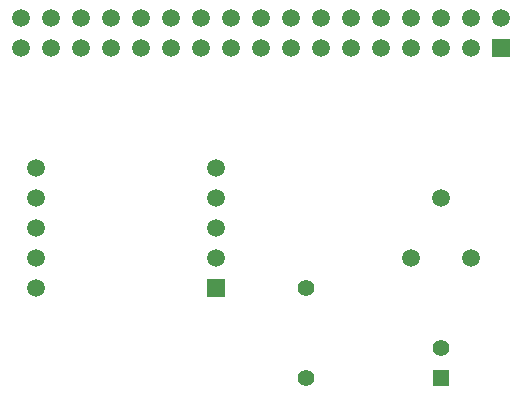
<source format=gbs>
G04 (created by PCBNEW (2013-07-07 BZR 4022)-stable) date 3/3/2014 12:06:18 PM*
%MOIN*%
G04 Gerber Fmt 3.4, Leading zero omitted, Abs format*
%FSLAX34Y34*%
G01*
G70*
G90*
G04 APERTURE LIST*
%ADD10C,0.00590551*%
%ADD11C,0.055*%
%ADD12C,0.0590551*%
%ADD13R,0.055X0.055*%
%ADD14R,0.0590551X0.0590551*%
G04 APERTURE END LIST*
G54D10*
G54D11*
X52000Y-33500D03*
X52000Y-30500D03*
G54D12*
X55500Y-29500D03*
X57500Y-29500D03*
X56500Y-27500D03*
G54D13*
X56500Y-33500D03*
G54D11*
X56500Y-32500D03*
G54D14*
X58500Y-22500D03*
G54D12*
X58500Y-21500D03*
X57500Y-22500D03*
X57500Y-21500D03*
X56500Y-22500D03*
X56500Y-21500D03*
X55500Y-22500D03*
X55500Y-21500D03*
X54500Y-22500D03*
X54500Y-21500D03*
X53500Y-22500D03*
X53500Y-21500D03*
X52500Y-22500D03*
X52500Y-21500D03*
X51500Y-22500D03*
X51500Y-21500D03*
X50500Y-22500D03*
X50500Y-21500D03*
X49500Y-22500D03*
X49500Y-21500D03*
X48500Y-22500D03*
X48500Y-21500D03*
X47500Y-22500D03*
X47500Y-21500D03*
X46500Y-22500D03*
X46500Y-21500D03*
X45500Y-22500D03*
X45500Y-21500D03*
X44500Y-22500D03*
X44500Y-21500D03*
X43500Y-22500D03*
X43500Y-21500D03*
X42500Y-22500D03*
X42500Y-21500D03*
G54D14*
X49000Y-30500D03*
G54D12*
X49000Y-29500D03*
X49000Y-28500D03*
X49000Y-27500D03*
X49000Y-26500D03*
X43000Y-26500D03*
X43000Y-27500D03*
X43000Y-28500D03*
X43000Y-29500D03*
X43000Y-30500D03*
M02*

</source>
